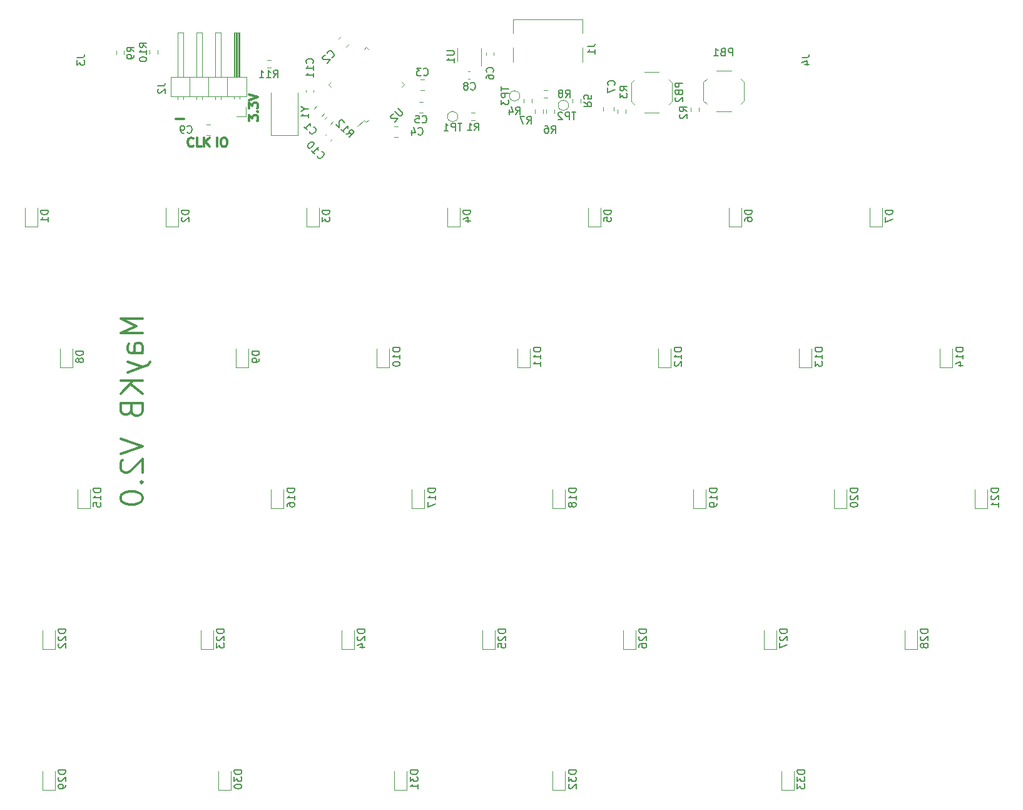
<source format=gbr>
%TF.GenerationSoftware,KiCad,Pcbnew,5.1.10*%
%TF.CreationDate,2021-08-04T23:16:11+02:00*%
%TF.ProjectId,keyboard,6b657962-6f61-4726-942e-6b696361645f,rev?*%
%TF.SameCoordinates,Original*%
%TF.FileFunction,Legend,Bot*%
%TF.FilePolarity,Positive*%
%FSLAX46Y46*%
G04 Gerber Fmt 4.6, Leading zero omitted, Abs format (unit mm)*
G04 Created by KiCad (PCBNEW 5.1.10) date 2021-08-04 23:16:11*
%MOMM*%
%LPD*%
G01*
G04 APERTURE LIST*
%ADD10C,0.300000*%
%ADD11C,0.120000*%
%ADD12C,0.150000*%
G04 APERTURE END LIST*
D10*
X109639228Y-61345857D02*
X109639228Y-60145857D01*
X110439228Y-60145857D02*
X110667800Y-60145857D01*
X110782085Y-60203000D01*
X110896371Y-60317285D01*
X110953514Y-60545857D01*
X110953514Y-60945857D01*
X110896371Y-61174428D01*
X110782085Y-61288714D01*
X110667800Y-61345857D01*
X110439228Y-61345857D01*
X110324942Y-61288714D01*
X110210657Y-61174428D01*
X110153514Y-60945857D01*
X110153514Y-60545857D01*
X110210657Y-60317285D01*
X110324942Y-60203000D01*
X110439228Y-60145857D01*
X106378514Y-61231571D02*
X106321371Y-61288714D01*
X106149942Y-61345857D01*
X106035657Y-61345857D01*
X105864228Y-61288714D01*
X105749942Y-61174428D01*
X105692800Y-61060142D01*
X105635657Y-60831571D01*
X105635657Y-60660142D01*
X105692800Y-60431571D01*
X105749942Y-60317285D01*
X105864228Y-60203000D01*
X106035657Y-60145857D01*
X106149942Y-60145857D01*
X106321371Y-60203000D01*
X106378514Y-60260142D01*
X107464228Y-61345857D02*
X106892800Y-61345857D01*
X106892800Y-60145857D01*
X107864228Y-61345857D02*
X107864228Y-60145857D01*
X108549942Y-61345857D02*
X108035657Y-60660142D01*
X108549942Y-60145857D02*
X107864228Y-60831571D01*
X113928657Y-57875428D02*
X113928657Y-57132571D01*
X114385800Y-57532571D01*
X114385800Y-57361142D01*
X114442942Y-57246857D01*
X114500085Y-57189714D01*
X114614371Y-57132571D01*
X114900085Y-57132571D01*
X115014371Y-57189714D01*
X115071514Y-57246857D01*
X115128657Y-57361142D01*
X115128657Y-57704000D01*
X115071514Y-57818285D01*
X115014371Y-57875428D01*
X115014371Y-56618285D02*
X115071514Y-56561142D01*
X115128657Y-56618285D01*
X115071514Y-56675428D01*
X115014371Y-56618285D01*
X115128657Y-56618285D01*
X113928657Y-56161142D02*
X113928657Y-55418285D01*
X114385800Y-55818285D01*
X114385800Y-55646857D01*
X114442942Y-55532571D01*
X114500085Y-55475428D01*
X114614371Y-55418285D01*
X114900085Y-55418285D01*
X115014371Y-55475428D01*
X115071514Y-55532571D01*
X115128657Y-55646857D01*
X115128657Y-55989714D01*
X115071514Y-56104000D01*
X115014371Y-56161142D01*
X113928657Y-55075428D02*
X115128657Y-54675428D01*
X113928657Y-54275428D01*
X103981371Y-57608142D02*
X105124228Y-57608142D01*
X99542342Y-84584400D02*
X96542342Y-84584400D01*
X98685200Y-85584400D01*
X96542342Y-86584400D01*
X99542342Y-86584400D01*
X99542342Y-89298685D02*
X97970914Y-89298685D01*
X97685200Y-89155828D01*
X97542342Y-88870114D01*
X97542342Y-88298685D01*
X97685200Y-88012971D01*
X99399485Y-89298685D02*
X99542342Y-89012971D01*
X99542342Y-88298685D01*
X99399485Y-88012971D01*
X99113771Y-87870114D01*
X98828057Y-87870114D01*
X98542342Y-88012971D01*
X98399485Y-88298685D01*
X98399485Y-89012971D01*
X98256628Y-89298685D01*
X97542342Y-90441542D02*
X99542342Y-91155828D01*
X97542342Y-91870114D02*
X99542342Y-91155828D01*
X100256628Y-90870114D01*
X100399485Y-90727257D01*
X100542342Y-90441542D01*
X99542342Y-93012971D02*
X96542342Y-93012971D01*
X99542342Y-94727257D02*
X97828057Y-93441542D01*
X96542342Y-94727257D02*
X98256628Y-93012971D01*
X97970914Y-97012971D02*
X98113771Y-97441542D01*
X98256628Y-97584400D01*
X98542342Y-97727257D01*
X98970914Y-97727257D01*
X99256628Y-97584400D01*
X99399485Y-97441542D01*
X99542342Y-97155828D01*
X99542342Y-96012971D01*
X96542342Y-96012971D01*
X96542342Y-97012971D01*
X96685200Y-97298685D01*
X96828057Y-97441542D01*
X97113771Y-97584400D01*
X97399485Y-97584400D01*
X97685200Y-97441542D01*
X97828057Y-97298685D01*
X97970914Y-97012971D01*
X97970914Y-96012971D01*
X96542342Y-100870114D02*
X99542342Y-101870114D01*
X96542342Y-102870114D01*
X96828057Y-103727257D02*
X96685200Y-103870114D01*
X96542342Y-104155828D01*
X96542342Y-104870114D01*
X96685200Y-105155828D01*
X96828057Y-105298685D01*
X97113771Y-105441542D01*
X97399485Y-105441542D01*
X97828057Y-105298685D01*
X99542342Y-103584400D01*
X99542342Y-105441542D01*
X99256628Y-106727257D02*
X99399485Y-106870114D01*
X99542342Y-106727257D01*
X99399485Y-106584400D01*
X99256628Y-106727257D01*
X99542342Y-106727257D01*
X96542342Y-108727257D02*
X96542342Y-109012971D01*
X96685200Y-109298685D01*
X96828057Y-109441542D01*
X97113771Y-109584400D01*
X97685200Y-109727257D01*
X98399485Y-109727257D01*
X98970914Y-109584400D01*
X99256628Y-109441542D01*
X99399485Y-109298685D01*
X99542342Y-109012971D01*
X99542342Y-108727257D01*
X99399485Y-108441542D01*
X99256628Y-108298685D01*
X98970914Y-108155828D01*
X98399485Y-108012971D01*
X97685200Y-108012971D01*
X97113771Y-108155828D01*
X96828057Y-108298685D01*
X96685200Y-108441542D01*
X96542342Y-108727257D01*
D11*
%TO.C,PB2*%
X166102000Y-55675000D02*
X165652000Y-55225000D01*
X166102000Y-52275000D02*
X165652000Y-52725000D01*
X170702000Y-52275000D02*
X171152000Y-52725000D01*
X170702000Y-55675000D02*
X171152000Y-55225000D01*
X169402000Y-51225000D02*
X167402000Y-51225000D01*
X165652000Y-55225000D02*
X165652000Y-52725000D01*
X169402000Y-56725000D02*
X167402000Y-56725000D01*
X171152000Y-55225000D02*
X171152000Y-52725000D01*
%TO.C,PB1*%
X175426000Y-52623000D02*
X175426000Y-55123000D01*
X177176000Y-51123000D02*
X179176000Y-51123000D01*
X180926000Y-52623000D02*
X180926000Y-55123000D01*
X177176000Y-56623000D02*
X179176000Y-56623000D01*
X175876000Y-52173000D02*
X175426000Y-52623000D01*
X175876000Y-55573000D02*
X175426000Y-55123000D01*
X180476000Y-55573000D02*
X180926000Y-55123000D01*
X180476000Y-52173000D02*
X180926000Y-52623000D01*
%TO.C,U2*%
X129475802Y-48171887D02*
X129794000Y-47853689D01*
X129794000Y-47853689D02*
X130112198Y-48171887D01*
X125006887Y-52640802D02*
X124688689Y-52959000D01*
X124688689Y-52959000D02*
X125006887Y-53277198D01*
X134581113Y-53277198D02*
X134899311Y-52959000D01*
X134899311Y-52959000D02*
X134581113Y-52640802D01*
X130112198Y-57746113D02*
X129794000Y-58064311D01*
X129794000Y-58064311D02*
X129475802Y-57746113D01*
X129475802Y-57746113D02*
X128563634Y-58658281D01*
%TO.C,U1*%
X142154000Y-49795000D02*
X142154000Y-47995000D01*
X145374000Y-47995000D02*
X145374000Y-50445000D01*
%TO.C,TP3*%
X150560000Y-54483000D02*
G75*
G03*
X150560000Y-54483000I-700000J0D01*
G01*
%TO.C,TP2*%
X157164000Y-55753000D02*
G75*
G03*
X157164000Y-55753000I-700000J0D01*
G01*
%TO.C,TP1*%
X142178000Y-57277000D02*
G75*
G03*
X142178000Y-57277000I-700000J0D01*
G01*
%TO.C,R12*%
X124524654Y-57235420D02*
X124164420Y-57595654D01*
X125263580Y-57974346D02*
X124903346Y-58334580D01*
%TO.C,R11*%
X116339576Y-49612500D02*
X116849024Y-49612500D01*
X116339576Y-50657500D02*
X116849024Y-50657500D01*
%TO.C,R10*%
X101544700Y-48813024D02*
X101544700Y-48303576D01*
X100499700Y-48813024D02*
X100499700Y-48303576D01*
%TO.C,R9*%
X95972100Y-48914624D02*
X95972100Y-48405176D01*
X97017100Y-48914624D02*
X97017100Y-48405176D01*
%TO.C,R8*%
X154329224Y-53706500D02*
X153819776Y-53706500D01*
X154329224Y-54751500D02*
X153819776Y-54751500D01*
%TO.C,R7*%
X153684500Y-56873224D02*
X153684500Y-56363776D01*
X152639500Y-56873224D02*
X152639500Y-56363776D01*
%TO.C,R6*%
X154163500Y-56873224D02*
X154163500Y-56363776D01*
X155208500Y-56873224D02*
X155208500Y-56363776D01*
%TO.C,R5*%
X158764500Y-55396224D02*
X158764500Y-54886776D01*
X157719500Y-55396224D02*
X157719500Y-54886776D01*
%TO.C,R4*%
X151115500Y-55396224D02*
X151115500Y-54886776D01*
X152160500Y-55396224D02*
X152160500Y-54886776D01*
%TO.C,R3*%
X164860500Y-56363776D02*
X164860500Y-56873224D01*
X163815500Y-56363776D02*
X163815500Y-56873224D01*
%TO.C,R2*%
X174766500Y-56619224D02*
X174766500Y-56109776D01*
X173721500Y-56619224D02*
X173721500Y-56109776D01*
%TO.C,R1*%
X144017276Y-56754500D02*
X144526724Y-56754500D01*
X144017276Y-57799500D02*
X144526724Y-57799500D01*
%TO.C,J2*%
X113598000Y-54567000D02*
X103318000Y-54567000D01*
X103318000Y-54567000D02*
X103318000Y-51907000D01*
X103318000Y-51907000D02*
X113598000Y-51907000D01*
X113598000Y-51907000D02*
X113598000Y-54567000D01*
X112648000Y-51907000D02*
X112648000Y-45907000D01*
X112648000Y-45907000D02*
X111888000Y-45907000D01*
X111888000Y-45907000D02*
X111888000Y-51907000D01*
X112588000Y-51907000D02*
X112588000Y-45907000D01*
X112468000Y-51907000D02*
X112468000Y-45907000D01*
X112348000Y-51907000D02*
X112348000Y-45907000D01*
X112228000Y-51907000D02*
X112228000Y-45907000D01*
X112108000Y-51907000D02*
X112108000Y-45907000D01*
X111988000Y-51907000D02*
X111988000Y-45907000D01*
X112648000Y-54897000D02*
X112648000Y-54567000D01*
X111888000Y-54897000D02*
X111888000Y-54567000D01*
X110998000Y-54567000D02*
X110998000Y-51907000D01*
X110108000Y-51907000D02*
X110108000Y-45907000D01*
X110108000Y-45907000D02*
X109348000Y-45907000D01*
X109348000Y-45907000D02*
X109348000Y-51907000D01*
X110108000Y-54964071D02*
X110108000Y-54567000D01*
X109348000Y-54964071D02*
X109348000Y-54567000D01*
X108458000Y-54567000D02*
X108458000Y-51907000D01*
X107568000Y-51907000D02*
X107568000Y-45907000D01*
X107568000Y-45907000D02*
X106808000Y-45907000D01*
X106808000Y-45907000D02*
X106808000Y-51907000D01*
X107568000Y-54964071D02*
X107568000Y-54567000D01*
X106808000Y-54964071D02*
X106808000Y-54567000D01*
X105918000Y-54567000D02*
X105918000Y-51907000D01*
X105028000Y-51907000D02*
X105028000Y-45907000D01*
X105028000Y-45907000D02*
X104268000Y-45907000D01*
X104268000Y-45907000D02*
X104268000Y-51907000D01*
X105028000Y-54964071D02*
X105028000Y-54567000D01*
X104268000Y-54964071D02*
X104268000Y-54567000D01*
X112268000Y-57277000D02*
X113538000Y-57277000D01*
X113538000Y-57277000D02*
X113538000Y-56007000D01*
%TO.C,J1*%
X149619001Y-46033999D02*
X149619001Y-44133999D01*
X149619001Y-49933999D02*
X149619001Y-47933999D01*
X159019001Y-46033999D02*
X159019001Y-44133999D01*
X159019001Y-49933999D02*
X159019001Y-47933999D01*
X149619001Y-44133999D02*
X159019001Y-44133999D01*
%TO.C,C11*%
X122684000Y-53698233D02*
X122684000Y-53990767D01*
X121664000Y-53698233D02*
X121664000Y-53990767D01*
%TO.C,C10*%
X124456802Y-59606949D02*
X124249949Y-59813802D01*
X125178051Y-60328198D02*
X124971198Y-60535051D01*
%TO.C,C9*%
X108697752Y-59790000D02*
X108175248Y-59790000D01*
X108697752Y-58320000D02*
X108175248Y-58320000D01*
%TO.C,C8*%
X143809767Y-51179000D02*
X143517233Y-51179000D01*
X143809767Y-52199000D02*
X143517233Y-52199000D01*
%TO.C,C7*%
X163295000Y-56500752D02*
X163295000Y-55978248D01*
X161825000Y-56500752D02*
X161825000Y-55978248D01*
%TO.C,C6*%
X147015000Y-48648233D02*
X147015000Y-48940767D01*
X145995000Y-48648233D02*
X145995000Y-48940767D01*
%TO.C,C5*%
X136920248Y-55272000D02*
X137442752Y-55272000D01*
X136920248Y-56742000D02*
X137442752Y-56742000D01*
%TO.C,C4*%
X133575248Y-60044000D02*
X134097752Y-60044000D01*
X133575248Y-58574000D02*
X134097752Y-58574000D01*
%TO.C,C3*%
X137653752Y-53694000D02*
X137131248Y-53694000D01*
X137653752Y-52224000D02*
X137131248Y-52224000D01*
%TO.C,C2*%
X126411010Y-46412543D02*
X126041543Y-46782010D01*
X127450457Y-47451990D02*
X127080990Y-47821457D01*
%TO.C,C1*%
X123080633Y-55838920D02*
X122711166Y-56208387D01*
X124120080Y-56878367D02*
X123750613Y-57247834D01*
%TO.C,D9*%
X113861000Y-91252000D02*
X112161000Y-91252000D01*
X112161000Y-91252000D02*
X112161000Y-88702000D01*
X113861000Y-91252000D02*
X113861000Y-88702000D01*
%TO.C,D8*%
X90048500Y-91252000D02*
X88348500Y-91252000D01*
X88348500Y-91252000D02*
X88348500Y-88702000D01*
X90048500Y-91252000D02*
X90048500Y-88702000D01*
%TO.C,D7*%
X199586000Y-72202000D02*
X197886000Y-72202000D01*
X197886000Y-72202000D02*
X197886000Y-69652000D01*
X199586000Y-72202000D02*
X199586000Y-69652000D01*
%TO.C,D6*%
X180536000Y-72202000D02*
X178836000Y-72202000D01*
X178836000Y-72202000D02*
X178836000Y-69652000D01*
X180536000Y-72202000D02*
X180536000Y-69652000D01*
%TO.C,D5*%
X161486000Y-72202000D02*
X159786000Y-72202000D01*
X159786000Y-72202000D02*
X159786000Y-69652000D01*
X161486000Y-72202000D02*
X161486000Y-69652000D01*
%TO.C,D4*%
X142436000Y-72202000D02*
X140736000Y-72202000D01*
X140736000Y-72202000D02*
X140736000Y-69652000D01*
X142436000Y-72202000D02*
X142436000Y-69652000D01*
%TO.C,D33*%
X187679750Y-148402000D02*
X185979750Y-148402000D01*
X185979750Y-148402000D02*
X185979750Y-145852000D01*
X187679750Y-148402000D02*
X187679750Y-145852000D01*
%TO.C,D32*%
X156723500Y-148402000D02*
X155023500Y-148402000D01*
X155023500Y-148402000D02*
X155023500Y-145852000D01*
X156723500Y-148402000D02*
X156723500Y-145852000D01*
%TO.C,D31*%
X135292250Y-148402000D02*
X133592250Y-148402000D01*
X133592250Y-148402000D02*
X133592250Y-145852000D01*
X135292250Y-148402000D02*
X135292250Y-145852000D01*
%TO.C,D30*%
X111479750Y-148402000D02*
X109779750Y-148402000D01*
X109779750Y-148402000D02*
X109779750Y-145852000D01*
X111479750Y-148402000D02*
X111479750Y-145852000D01*
%TO.C,D3*%
X123386000Y-72202000D02*
X121686000Y-72202000D01*
X121686000Y-72202000D02*
X121686000Y-69652000D01*
X123386000Y-72202000D02*
X123386000Y-69652000D01*
%TO.C,D29*%
X87667250Y-148402000D02*
X85967250Y-148402000D01*
X85967250Y-148402000D02*
X85967250Y-145852000D01*
X87667250Y-148402000D02*
X87667250Y-145852000D01*
%TO.C,D28*%
X204348500Y-129352000D02*
X202648500Y-129352000D01*
X202648500Y-129352000D02*
X202648500Y-126802000D01*
X204348500Y-129352000D02*
X204348500Y-126802000D01*
%TO.C,D27*%
X185298500Y-129352000D02*
X183598500Y-129352000D01*
X183598500Y-129352000D02*
X183598500Y-126802000D01*
X185298500Y-129352000D02*
X185298500Y-126802000D01*
%TO.C,D26*%
X166248500Y-129352000D02*
X164548500Y-129352000D01*
X164548500Y-129352000D02*
X164548500Y-126802000D01*
X166248500Y-129352000D02*
X166248500Y-126802000D01*
%TO.C,D25*%
X147198500Y-129352000D02*
X145498500Y-129352000D01*
X145498500Y-129352000D02*
X145498500Y-126802000D01*
X147198500Y-129352000D02*
X147198500Y-126802000D01*
%TO.C,D24*%
X128148500Y-129352000D02*
X126448500Y-129352000D01*
X126448500Y-129352000D02*
X126448500Y-126802000D01*
X128148500Y-129352000D02*
X128148500Y-126802000D01*
%TO.C,D23*%
X109098500Y-129352000D02*
X107398500Y-129352000D01*
X107398500Y-129352000D02*
X107398500Y-126802000D01*
X109098500Y-129352000D02*
X109098500Y-126802000D01*
%TO.C,D22*%
X87667250Y-129352000D02*
X85967250Y-129352000D01*
X85967250Y-129352000D02*
X85967250Y-126802000D01*
X87667250Y-129352000D02*
X87667250Y-126802000D01*
%TO.C,D21*%
X213873500Y-110302000D02*
X212173500Y-110302000D01*
X212173500Y-110302000D02*
X212173500Y-107752000D01*
X213873500Y-110302000D02*
X213873500Y-107752000D01*
%TO.C,D20*%
X194823500Y-110302000D02*
X193123500Y-110302000D01*
X193123500Y-110302000D02*
X193123500Y-107752000D01*
X194823500Y-110302000D02*
X194823500Y-107752000D01*
%TO.C,D2*%
X104336000Y-72202000D02*
X102636000Y-72202000D01*
X102636000Y-72202000D02*
X102636000Y-69652000D01*
X104336000Y-72202000D02*
X104336000Y-69652000D01*
%TO.C,D19*%
X175773500Y-110302000D02*
X174073500Y-110302000D01*
X174073500Y-110302000D02*
X174073500Y-107752000D01*
X175773500Y-110302000D02*
X175773500Y-107752000D01*
%TO.C,D18*%
X156723500Y-110302000D02*
X155023500Y-110302000D01*
X155023500Y-110302000D02*
X155023500Y-107752000D01*
X156723500Y-110302000D02*
X156723500Y-107752000D01*
%TO.C,D17*%
X137673500Y-110302000D02*
X135973500Y-110302000D01*
X135973500Y-110302000D02*
X135973500Y-107752000D01*
X137673500Y-110302000D02*
X137673500Y-107752000D01*
%TO.C,D16*%
X118623500Y-110302000D02*
X116923500Y-110302000D01*
X116923500Y-110302000D02*
X116923500Y-107752000D01*
X118623500Y-110302000D02*
X118623500Y-107752000D01*
%TO.C,D15*%
X92429750Y-110302000D02*
X90729750Y-110302000D01*
X90729750Y-110302000D02*
X90729750Y-107752000D01*
X92429750Y-110302000D02*
X92429750Y-107752000D01*
%TO.C,D14*%
X209111000Y-91252000D02*
X207411000Y-91252000D01*
X207411000Y-91252000D02*
X207411000Y-88702000D01*
X209111000Y-91252000D02*
X209111000Y-88702000D01*
%TO.C,D13*%
X190061000Y-91252000D02*
X188361000Y-91252000D01*
X188361000Y-91252000D02*
X188361000Y-88702000D01*
X190061000Y-91252000D02*
X190061000Y-88702000D01*
%TO.C,D12*%
X171011000Y-91252000D02*
X169311000Y-91252000D01*
X169311000Y-91252000D02*
X169311000Y-88702000D01*
X171011000Y-91252000D02*
X171011000Y-88702000D01*
%TO.C,D11*%
X151961000Y-91252000D02*
X150261000Y-91252000D01*
X150261000Y-91252000D02*
X150261000Y-88702000D01*
X151961000Y-91252000D02*
X151961000Y-88702000D01*
%TO.C,D10*%
X132911000Y-91252000D02*
X131211000Y-91252000D01*
X131211000Y-91252000D02*
X131211000Y-88702000D01*
X132911000Y-91252000D02*
X132911000Y-88702000D01*
%TO.C,D1*%
X85286000Y-72202000D02*
X83586000Y-72202000D01*
X83586000Y-72202000D02*
X83586000Y-69652000D01*
X85286000Y-72202000D02*
X85286000Y-69652000D01*
%TO.C,Y1*%
X116926000Y-59789000D02*
X116926000Y-54039000D01*
X120526000Y-59789000D02*
X116926000Y-59789000D01*
X120526000Y-54039000D02*
X120526000Y-59789000D01*
%TO.C,PB2*%
D12*
X172604380Y-52736904D02*
X171604380Y-52736904D01*
X171604380Y-53117857D01*
X171652000Y-53213095D01*
X171699619Y-53260714D01*
X171794857Y-53308333D01*
X171937714Y-53308333D01*
X172032952Y-53260714D01*
X172080571Y-53213095D01*
X172128190Y-53117857D01*
X172128190Y-52736904D01*
X172080571Y-54070238D02*
X172128190Y-54213095D01*
X172175809Y-54260714D01*
X172271047Y-54308333D01*
X172413904Y-54308333D01*
X172509142Y-54260714D01*
X172556761Y-54213095D01*
X172604380Y-54117857D01*
X172604380Y-53736904D01*
X171604380Y-53736904D01*
X171604380Y-54070238D01*
X171652000Y-54165476D01*
X171699619Y-54213095D01*
X171794857Y-54260714D01*
X171890095Y-54260714D01*
X171985333Y-54213095D01*
X172032952Y-54165476D01*
X172080571Y-54070238D01*
X172080571Y-53736904D01*
X171699619Y-54689285D02*
X171652000Y-54736904D01*
X171604380Y-54832142D01*
X171604380Y-55070238D01*
X171652000Y-55165476D01*
X171699619Y-55213095D01*
X171794857Y-55260714D01*
X171890095Y-55260714D01*
X172032952Y-55213095D01*
X172604380Y-54641666D01*
X172604380Y-55260714D01*
%TO.C,PB1*%
X179349295Y-49063380D02*
X179349295Y-48063380D01*
X178968342Y-48063380D01*
X178873104Y-48111000D01*
X178825485Y-48158619D01*
X178777866Y-48253857D01*
X178777866Y-48396714D01*
X178825485Y-48491952D01*
X178873104Y-48539571D01*
X178968342Y-48587190D01*
X179349295Y-48587190D01*
X178015961Y-48539571D02*
X177873104Y-48587190D01*
X177825485Y-48634809D01*
X177777866Y-48730047D01*
X177777866Y-48872904D01*
X177825485Y-48968142D01*
X177873104Y-49015761D01*
X177968342Y-49063380D01*
X178349295Y-49063380D01*
X178349295Y-48063380D01*
X178015961Y-48063380D01*
X177920723Y-48111000D01*
X177873104Y-48158619D01*
X177825485Y-48253857D01*
X177825485Y-48349095D01*
X177873104Y-48444333D01*
X177920723Y-48491952D01*
X178015961Y-48539571D01*
X178349295Y-48539571D01*
X176825485Y-49063380D02*
X177396914Y-49063380D01*
X177111200Y-49063380D02*
X177111200Y-48063380D01*
X177206438Y-48206238D01*
X177301676Y-48301476D01*
X177396914Y-48349095D01*
%TO.C,J4*%
X188739580Y-49293666D02*
X189453866Y-49293666D01*
X189596723Y-49246047D01*
X189691961Y-49150809D01*
X189739580Y-49007952D01*
X189739580Y-48912714D01*
X189072914Y-50198428D02*
X189739580Y-50198428D01*
X188691961Y-49960333D02*
X189406247Y-49722238D01*
X189406247Y-50341285D01*
%TO.C,J3*%
X90670180Y-49293666D02*
X91384466Y-49293666D01*
X91527323Y-49246047D01*
X91622561Y-49150809D01*
X91670180Y-49007952D01*
X91670180Y-48912714D01*
X90670180Y-49674619D02*
X90670180Y-50293666D01*
X91051133Y-49960333D01*
X91051133Y-50103190D01*
X91098752Y-50198428D01*
X91146371Y-50246047D01*
X91241609Y-50293666D01*
X91479704Y-50293666D01*
X91574942Y-50246047D01*
X91622561Y-50198428D01*
X91670180Y-50103190D01*
X91670180Y-49817476D01*
X91622561Y-49722238D01*
X91574942Y-49674619D01*
%TO.C,U2*%
X134082097Y-56169601D02*
X134654517Y-56742021D01*
X134688189Y-56843036D01*
X134688189Y-56910380D01*
X134654517Y-57011395D01*
X134519830Y-57146082D01*
X134418815Y-57179754D01*
X134351471Y-57179754D01*
X134250456Y-57146082D01*
X133678036Y-56573662D01*
X133442334Y-56944052D02*
X133374991Y-56944052D01*
X133273975Y-56977723D01*
X133105617Y-57146082D01*
X133071945Y-57247097D01*
X133071945Y-57314441D01*
X133105617Y-57415456D01*
X133172960Y-57482800D01*
X133307647Y-57550143D01*
X134115769Y-57550143D01*
X133678036Y-57987876D01*
%TO.C,U1*%
X140676380Y-48387095D02*
X141485904Y-48387095D01*
X141581142Y-48434714D01*
X141628761Y-48482333D01*
X141676380Y-48577571D01*
X141676380Y-48768047D01*
X141628761Y-48863285D01*
X141581142Y-48910904D01*
X141485904Y-48958523D01*
X140676380Y-48958523D01*
X141676380Y-49958523D02*
X141676380Y-49387095D01*
X141676380Y-49672809D02*
X140676380Y-49672809D01*
X140819238Y-49577571D01*
X140914476Y-49482333D01*
X140962095Y-49387095D01*
%TO.C,TP3*%
X148042380Y-53221095D02*
X148042380Y-53792523D01*
X149042380Y-53506809D02*
X148042380Y-53506809D01*
X149042380Y-54125857D02*
X148042380Y-54125857D01*
X148042380Y-54506809D01*
X148090000Y-54602047D01*
X148137619Y-54649666D01*
X148232857Y-54697285D01*
X148375714Y-54697285D01*
X148470952Y-54649666D01*
X148518571Y-54602047D01*
X148566190Y-54506809D01*
X148566190Y-54125857D01*
X148042380Y-55030619D02*
X148042380Y-55649666D01*
X148423333Y-55316333D01*
X148423333Y-55459190D01*
X148470952Y-55554428D01*
X148518571Y-55602047D01*
X148613809Y-55649666D01*
X148851904Y-55649666D01*
X148947142Y-55602047D01*
X148994761Y-55554428D01*
X149042380Y-55459190D01*
X149042380Y-55173476D01*
X148994761Y-55078238D01*
X148947142Y-55030619D01*
%TO.C,TP2*%
X158164104Y-56699380D02*
X157592676Y-56699380D01*
X157878390Y-57699380D02*
X157878390Y-56699380D01*
X157259342Y-57699380D02*
X157259342Y-56699380D01*
X156878390Y-56699380D01*
X156783152Y-56747000D01*
X156735533Y-56794619D01*
X156687914Y-56889857D01*
X156687914Y-57032714D01*
X156735533Y-57127952D01*
X156783152Y-57175571D01*
X156878390Y-57223190D01*
X157259342Y-57223190D01*
X156306961Y-56794619D02*
X156259342Y-56747000D01*
X156164104Y-56699380D01*
X155926009Y-56699380D01*
X155830771Y-56747000D01*
X155783152Y-56794619D01*
X155735533Y-56889857D01*
X155735533Y-56985095D01*
X155783152Y-57127952D01*
X156354580Y-57699380D01*
X155735533Y-57699380D01*
%TO.C,TP1*%
X142739904Y-58177380D02*
X142168476Y-58177380D01*
X142454190Y-59177380D02*
X142454190Y-58177380D01*
X141835142Y-59177380D02*
X141835142Y-58177380D01*
X141454190Y-58177380D01*
X141358952Y-58225000D01*
X141311333Y-58272619D01*
X141263714Y-58367857D01*
X141263714Y-58510714D01*
X141311333Y-58605952D01*
X141358952Y-58653571D01*
X141454190Y-58701190D01*
X141835142Y-58701190D01*
X140311333Y-59177380D02*
X140882761Y-59177380D01*
X140597047Y-59177380D02*
X140597047Y-58177380D01*
X140692285Y-58320238D01*
X140787523Y-58415476D01*
X140882761Y-58463095D01*
%TO.C,R12*%
X127064887Y-59672450D02*
X127637306Y-59571435D01*
X127468948Y-60076511D02*
X128176054Y-59369404D01*
X127906680Y-59100030D01*
X127805665Y-59066358D01*
X127738322Y-59066358D01*
X127637306Y-59100030D01*
X127536291Y-59201045D01*
X127502619Y-59302061D01*
X127502619Y-59369404D01*
X127536291Y-59470419D01*
X127805665Y-59739793D01*
X126391451Y-58999015D02*
X126795512Y-59403076D01*
X126593482Y-59201045D02*
X127300589Y-58493938D01*
X127266917Y-58662297D01*
X127266917Y-58796984D01*
X127300589Y-58898000D01*
X126761841Y-58089877D02*
X126761841Y-58022534D01*
X126728169Y-57921519D01*
X126559810Y-57753160D01*
X126458795Y-57719488D01*
X126391451Y-57719488D01*
X126290436Y-57753160D01*
X126223093Y-57820503D01*
X126155749Y-57955190D01*
X126155749Y-58763312D01*
X125718016Y-58325580D01*
%TO.C,R11*%
X117237157Y-52017380D02*
X117570490Y-51541190D01*
X117808585Y-52017380D02*
X117808585Y-51017380D01*
X117427633Y-51017380D01*
X117332395Y-51065000D01*
X117284776Y-51112619D01*
X117237157Y-51207857D01*
X117237157Y-51350714D01*
X117284776Y-51445952D01*
X117332395Y-51493571D01*
X117427633Y-51541190D01*
X117808585Y-51541190D01*
X116284776Y-52017380D02*
X116856204Y-52017380D01*
X116570490Y-52017380D02*
X116570490Y-51017380D01*
X116665728Y-51160238D01*
X116760966Y-51255476D01*
X116856204Y-51303095D01*
X115332395Y-52017380D02*
X115903823Y-52017380D01*
X115618109Y-52017380D02*
X115618109Y-51017380D01*
X115713347Y-51160238D01*
X115808585Y-51255476D01*
X115903823Y-51303095D01*
%TO.C,R10*%
X100077580Y-47915442D02*
X99601390Y-47582109D01*
X100077580Y-47344014D02*
X99077580Y-47344014D01*
X99077580Y-47724966D01*
X99125200Y-47820204D01*
X99172819Y-47867823D01*
X99268057Y-47915442D01*
X99410914Y-47915442D01*
X99506152Y-47867823D01*
X99553771Y-47820204D01*
X99601390Y-47724966D01*
X99601390Y-47344014D01*
X100077580Y-48867823D02*
X100077580Y-48296395D01*
X100077580Y-48582109D02*
X99077580Y-48582109D01*
X99220438Y-48486871D01*
X99315676Y-48391633D01*
X99363295Y-48296395D01*
X99077580Y-49486871D02*
X99077580Y-49582109D01*
X99125200Y-49677347D01*
X99172819Y-49724966D01*
X99268057Y-49772585D01*
X99458533Y-49820204D01*
X99696628Y-49820204D01*
X99887104Y-49772585D01*
X99982342Y-49724966D01*
X100029961Y-49677347D01*
X100077580Y-49582109D01*
X100077580Y-49486871D01*
X100029961Y-49391633D01*
X99982342Y-49344014D01*
X99887104Y-49296395D01*
X99696628Y-49248776D01*
X99458533Y-49248776D01*
X99268057Y-49296395D01*
X99172819Y-49344014D01*
X99125200Y-49391633D01*
X99077580Y-49486871D01*
%TO.C,R9*%
X98376980Y-48493233D02*
X97900790Y-48159900D01*
X98376980Y-47921804D02*
X97376980Y-47921804D01*
X97376980Y-48302757D01*
X97424600Y-48397995D01*
X97472219Y-48445614D01*
X97567457Y-48493233D01*
X97710314Y-48493233D01*
X97805552Y-48445614D01*
X97853171Y-48397995D01*
X97900790Y-48302757D01*
X97900790Y-47921804D01*
X98376980Y-48969423D02*
X98376980Y-49159900D01*
X98329361Y-49255138D01*
X98281742Y-49302757D01*
X98138885Y-49397995D01*
X97948409Y-49445614D01*
X97567457Y-49445614D01*
X97472219Y-49397995D01*
X97424600Y-49350376D01*
X97376980Y-49255138D01*
X97376980Y-49064661D01*
X97424600Y-48969423D01*
X97472219Y-48921804D01*
X97567457Y-48874185D01*
X97805552Y-48874185D01*
X97900790Y-48921804D01*
X97948409Y-48969423D01*
X97996028Y-49064661D01*
X97996028Y-49255138D01*
X97948409Y-49350376D01*
X97900790Y-49397995D01*
X97805552Y-49445614D01*
%TO.C,R8*%
X156757666Y-54681380D02*
X157091000Y-54205190D01*
X157329095Y-54681380D02*
X157329095Y-53681380D01*
X156948142Y-53681380D01*
X156852904Y-53729000D01*
X156805285Y-53776619D01*
X156757666Y-53871857D01*
X156757666Y-54014714D01*
X156805285Y-54109952D01*
X156852904Y-54157571D01*
X156948142Y-54205190D01*
X157329095Y-54205190D01*
X156186238Y-54109952D02*
X156281476Y-54062333D01*
X156329095Y-54014714D01*
X156376714Y-53919476D01*
X156376714Y-53871857D01*
X156329095Y-53776619D01*
X156281476Y-53729000D01*
X156186238Y-53681380D01*
X155995761Y-53681380D01*
X155900523Y-53729000D01*
X155852904Y-53776619D01*
X155805285Y-53871857D01*
X155805285Y-53919476D01*
X155852904Y-54014714D01*
X155900523Y-54062333D01*
X155995761Y-54109952D01*
X156186238Y-54109952D01*
X156281476Y-54157571D01*
X156329095Y-54205190D01*
X156376714Y-54300428D01*
X156376714Y-54490904D01*
X156329095Y-54586142D01*
X156281476Y-54633761D01*
X156186238Y-54681380D01*
X155995761Y-54681380D01*
X155900523Y-54633761D01*
X155852904Y-54586142D01*
X155805285Y-54490904D01*
X155805285Y-54300428D01*
X155852904Y-54205190D01*
X155900523Y-54157571D01*
X155995761Y-54109952D01*
%TO.C,R7*%
X151550666Y-58237380D02*
X151884000Y-57761190D01*
X152122095Y-58237380D02*
X152122095Y-57237380D01*
X151741142Y-57237380D01*
X151645904Y-57285000D01*
X151598285Y-57332619D01*
X151550666Y-57427857D01*
X151550666Y-57570714D01*
X151598285Y-57665952D01*
X151645904Y-57713571D01*
X151741142Y-57761190D01*
X152122095Y-57761190D01*
X151217333Y-57237380D02*
X150550666Y-57237380D01*
X150979238Y-58237380D01*
%TO.C,R6*%
X154852666Y-59507380D02*
X155186000Y-59031190D01*
X155424095Y-59507380D02*
X155424095Y-58507380D01*
X155043142Y-58507380D01*
X154947904Y-58555000D01*
X154900285Y-58602619D01*
X154852666Y-58697857D01*
X154852666Y-58840714D01*
X154900285Y-58935952D01*
X154947904Y-58983571D01*
X155043142Y-59031190D01*
X155424095Y-59031190D01*
X153995523Y-58507380D02*
X154186000Y-58507380D01*
X154281238Y-58555000D01*
X154328857Y-58602619D01*
X154424095Y-58745476D01*
X154471714Y-58935952D01*
X154471714Y-59316904D01*
X154424095Y-59412142D01*
X154376476Y-59459761D01*
X154281238Y-59507380D01*
X154090761Y-59507380D01*
X153995523Y-59459761D01*
X153947904Y-59412142D01*
X153900285Y-59316904D01*
X153900285Y-59078809D01*
X153947904Y-58983571D01*
X153995523Y-58935952D01*
X154090761Y-58888333D01*
X154281238Y-58888333D01*
X154376476Y-58935952D01*
X154424095Y-58983571D01*
X154471714Y-59078809D01*
%TO.C,R5*%
X159219619Y-55308166D02*
X159695809Y-55641500D01*
X159219619Y-55879595D02*
X160219619Y-55879595D01*
X160219619Y-55498642D01*
X160172000Y-55403404D01*
X160124380Y-55355785D01*
X160029142Y-55308166D01*
X159886285Y-55308166D01*
X159791047Y-55355785D01*
X159743428Y-55403404D01*
X159695809Y-55498642D01*
X159695809Y-55879595D01*
X160219619Y-54403404D02*
X160219619Y-54879595D01*
X159743428Y-54927214D01*
X159791047Y-54879595D01*
X159838666Y-54784357D01*
X159838666Y-54546261D01*
X159791047Y-54451023D01*
X159743428Y-54403404D01*
X159648190Y-54355785D01*
X159410095Y-54355785D01*
X159314857Y-54403404D01*
X159267238Y-54451023D01*
X159219619Y-54546261D01*
X159219619Y-54784357D01*
X159267238Y-54879595D01*
X159314857Y-54927214D01*
%TO.C,R4*%
X150026666Y-56967380D02*
X150360000Y-56491190D01*
X150598095Y-56967380D02*
X150598095Y-55967380D01*
X150217142Y-55967380D01*
X150121904Y-56015000D01*
X150074285Y-56062619D01*
X150026666Y-56157857D01*
X150026666Y-56300714D01*
X150074285Y-56395952D01*
X150121904Y-56443571D01*
X150217142Y-56491190D01*
X150598095Y-56491190D01*
X149169523Y-56300714D02*
X149169523Y-56967380D01*
X149407619Y-55919761D02*
X149645714Y-56634047D01*
X149026666Y-56634047D01*
%TO.C,R3*%
X165101580Y-53778333D02*
X164625390Y-53445000D01*
X165101580Y-53206904D02*
X164101580Y-53206904D01*
X164101580Y-53587857D01*
X164149200Y-53683095D01*
X164196819Y-53730714D01*
X164292057Y-53778333D01*
X164434914Y-53778333D01*
X164530152Y-53730714D01*
X164577771Y-53683095D01*
X164625390Y-53587857D01*
X164625390Y-53206904D01*
X164101580Y-54111666D02*
X164101580Y-54730714D01*
X164482533Y-54397380D01*
X164482533Y-54540238D01*
X164530152Y-54635476D01*
X164577771Y-54683095D01*
X164673009Y-54730714D01*
X164911104Y-54730714D01*
X165006342Y-54683095D01*
X165053961Y-54635476D01*
X165101580Y-54540238D01*
X165101580Y-54254523D01*
X165053961Y-54159285D01*
X165006342Y-54111666D01*
%TO.C,R2*%
X173172380Y-56602333D02*
X172696190Y-56269000D01*
X173172380Y-56030904D02*
X172172380Y-56030904D01*
X172172380Y-56411857D01*
X172220000Y-56507095D01*
X172267619Y-56554714D01*
X172362857Y-56602333D01*
X172505714Y-56602333D01*
X172600952Y-56554714D01*
X172648571Y-56507095D01*
X172696190Y-56411857D01*
X172696190Y-56030904D01*
X172267619Y-56983285D02*
X172220000Y-57030904D01*
X172172380Y-57126142D01*
X172172380Y-57364238D01*
X172220000Y-57459476D01*
X172267619Y-57507095D01*
X172362857Y-57554714D01*
X172458095Y-57554714D01*
X172600952Y-57507095D01*
X173172380Y-56935666D01*
X173172380Y-57554714D01*
%TO.C,R1*%
X144438666Y-59159380D02*
X144772000Y-58683190D01*
X145010095Y-59159380D02*
X145010095Y-58159380D01*
X144629142Y-58159380D01*
X144533904Y-58207000D01*
X144486285Y-58254619D01*
X144438666Y-58349857D01*
X144438666Y-58492714D01*
X144486285Y-58587952D01*
X144533904Y-58635571D01*
X144629142Y-58683190D01*
X145010095Y-58683190D01*
X143486285Y-59159380D02*
X144057714Y-59159380D01*
X143772000Y-59159380D02*
X143772000Y-58159380D01*
X143867238Y-58302238D01*
X143962476Y-58397476D01*
X144057714Y-58445095D01*
%TO.C,J2*%
X101560380Y-53133666D02*
X102274666Y-53133666D01*
X102417523Y-53086047D01*
X102512761Y-52990809D01*
X102560380Y-52847952D01*
X102560380Y-52752714D01*
X101655619Y-53562238D02*
X101608000Y-53609857D01*
X101560380Y-53705095D01*
X101560380Y-53943190D01*
X101608000Y-54038428D01*
X101655619Y-54086047D01*
X101750857Y-54133666D01*
X101846095Y-54133666D01*
X101988952Y-54086047D01*
X102560380Y-53514619D01*
X102560380Y-54133666D01*
%TO.C,J1*%
X159726380Y-47799666D02*
X160440666Y-47799666D01*
X160583523Y-47752047D01*
X160678761Y-47656809D01*
X160726380Y-47513952D01*
X160726380Y-47418714D01*
X160726380Y-48799666D02*
X160726380Y-48228238D01*
X160726380Y-48513952D02*
X159726380Y-48513952D01*
X159869238Y-48418714D01*
X159964476Y-48323476D01*
X160012095Y-48228238D01*
%TO.C,C11*%
X122531142Y-50053142D02*
X122578761Y-50005523D01*
X122626380Y-49862666D01*
X122626380Y-49767428D01*
X122578761Y-49624571D01*
X122483523Y-49529333D01*
X122388285Y-49481714D01*
X122197809Y-49434095D01*
X122054952Y-49434095D01*
X121864476Y-49481714D01*
X121769238Y-49529333D01*
X121674000Y-49624571D01*
X121626380Y-49767428D01*
X121626380Y-49862666D01*
X121674000Y-50005523D01*
X121721619Y-50053142D01*
X122626380Y-51005523D02*
X122626380Y-50434095D01*
X122626380Y-50719809D02*
X121626380Y-50719809D01*
X121769238Y-50624571D01*
X121864476Y-50529333D01*
X121912095Y-50434095D01*
X122626380Y-51957904D02*
X122626380Y-51386476D01*
X122626380Y-51672190D02*
X121626380Y-51672190D01*
X121769238Y-51576952D01*
X121864476Y-51481714D01*
X121912095Y-51386476D01*
%TO.C,C10*%
X123138030Y-62556106D02*
X123138030Y-62623450D01*
X123205374Y-62758137D01*
X123272717Y-62825480D01*
X123407404Y-62892824D01*
X123542091Y-62892824D01*
X123643106Y-62859152D01*
X123811465Y-62758137D01*
X123912480Y-62657122D01*
X124013496Y-62488763D01*
X124047167Y-62387748D01*
X124047167Y-62253061D01*
X123979824Y-62118374D01*
X123912480Y-62051030D01*
X123777793Y-61983687D01*
X123710450Y-61983687D01*
X122397251Y-61950015D02*
X122801312Y-62354076D01*
X122599282Y-62152045D02*
X123306389Y-61444938D01*
X123272717Y-61613297D01*
X123272717Y-61747984D01*
X123306389Y-61849000D01*
X122666625Y-60805175D02*
X122599282Y-60737832D01*
X122498267Y-60704160D01*
X122430923Y-60704160D01*
X122329908Y-60737832D01*
X122161549Y-60838847D01*
X121993190Y-61007206D01*
X121892175Y-61175564D01*
X121858503Y-61276580D01*
X121858503Y-61343923D01*
X121892175Y-61444938D01*
X121959519Y-61512282D01*
X122060534Y-61545954D01*
X122127877Y-61545954D01*
X122228893Y-61512282D01*
X122397251Y-61411267D01*
X122565610Y-61242908D01*
X122666625Y-61074549D01*
X122700297Y-60973534D01*
X122700297Y-60906190D01*
X122666625Y-60805175D01*
%TO.C,C9*%
X105576666Y-59412142D02*
X105624285Y-59459761D01*
X105767142Y-59507380D01*
X105862380Y-59507380D01*
X106005238Y-59459761D01*
X106100476Y-59364523D01*
X106148095Y-59269285D01*
X106195714Y-59078809D01*
X106195714Y-58935952D01*
X106148095Y-58745476D01*
X106100476Y-58650238D01*
X106005238Y-58555000D01*
X105862380Y-58507380D01*
X105767142Y-58507380D01*
X105624285Y-58555000D01*
X105576666Y-58602619D01*
X105100476Y-59507380D02*
X104910000Y-59507380D01*
X104814761Y-59459761D01*
X104767142Y-59412142D01*
X104671904Y-59269285D01*
X104624285Y-59078809D01*
X104624285Y-58697857D01*
X104671904Y-58602619D01*
X104719523Y-58555000D01*
X104814761Y-58507380D01*
X105005238Y-58507380D01*
X105100476Y-58555000D01*
X105148095Y-58602619D01*
X105195714Y-58697857D01*
X105195714Y-58935952D01*
X105148095Y-59031190D01*
X105100476Y-59078809D01*
X105005238Y-59126428D01*
X104814761Y-59126428D01*
X104719523Y-59078809D01*
X104671904Y-59031190D01*
X104624285Y-58935952D01*
%TO.C,C8*%
X143930666Y-53570142D02*
X143978285Y-53617761D01*
X144121142Y-53665380D01*
X144216380Y-53665380D01*
X144359238Y-53617761D01*
X144454476Y-53522523D01*
X144502095Y-53427285D01*
X144549714Y-53236809D01*
X144549714Y-53093952D01*
X144502095Y-52903476D01*
X144454476Y-52808238D01*
X144359238Y-52713000D01*
X144216380Y-52665380D01*
X144121142Y-52665380D01*
X143978285Y-52713000D01*
X143930666Y-52760619D01*
X143359238Y-53093952D02*
X143454476Y-53046333D01*
X143502095Y-52998714D01*
X143549714Y-52903476D01*
X143549714Y-52855857D01*
X143502095Y-52760619D01*
X143454476Y-52713000D01*
X143359238Y-52665380D01*
X143168761Y-52665380D01*
X143073523Y-52713000D01*
X143025904Y-52760619D01*
X142978285Y-52855857D01*
X142978285Y-52903476D01*
X143025904Y-52998714D01*
X143073523Y-53046333D01*
X143168761Y-53093952D01*
X143359238Y-53093952D01*
X143454476Y-53141571D01*
X143502095Y-53189190D01*
X143549714Y-53284428D01*
X143549714Y-53474904D01*
X143502095Y-53570142D01*
X143454476Y-53617761D01*
X143359238Y-53665380D01*
X143168761Y-53665380D01*
X143073523Y-53617761D01*
X143025904Y-53570142D01*
X142978285Y-53474904D01*
X142978285Y-53284428D01*
X143025904Y-53189190D01*
X143073523Y-53141571D01*
X143168761Y-53093952D01*
%TO.C,C7*%
X163355342Y-53016333D02*
X163402961Y-52968714D01*
X163450580Y-52825857D01*
X163450580Y-52730619D01*
X163402961Y-52587761D01*
X163307723Y-52492523D01*
X163212485Y-52444904D01*
X163022009Y-52397285D01*
X162879152Y-52397285D01*
X162688676Y-52444904D01*
X162593438Y-52492523D01*
X162498200Y-52587761D01*
X162450580Y-52730619D01*
X162450580Y-52825857D01*
X162498200Y-52968714D01*
X162545819Y-53016333D01*
X162450580Y-53349666D02*
X162450580Y-54016333D01*
X163450580Y-53587761D01*
%TO.C,C6*%
X146915142Y-51268333D02*
X146962761Y-51220714D01*
X147010380Y-51077857D01*
X147010380Y-50982619D01*
X146962761Y-50839761D01*
X146867523Y-50744523D01*
X146772285Y-50696904D01*
X146581809Y-50649285D01*
X146438952Y-50649285D01*
X146248476Y-50696904D01*
X146153238Y-50744523D01*
X146058000Y-50839761D01*
X146010380Y-50982619D01*
X146010380Y-51077857D01*
X146058000Y-51220714D01*
X146105619Y-51268333D01*
X146010380Y-52125476D02*
X146010380Y-51935000D01*
X146058000Y-51839761D01*
X146105619Y-51792142D01*
X146248476Y-51696904D01*
X146438952Y-51649285D01*
X146819904Y-51649285D01*
X146915142Y-51696904D01*
X146962761Y-51744523D01*
X147010380Y-51839761D01*
X147010380Y-52030238D01*
X146962761Y-52125476D01*
X146915142Y-52173095D01*
X146819904Y-52220714D01*
X146581809Y-52220714D01*
X146486571Y-52173095D01*
X146438952Y-52125476D01*
X146391333Y-52030238D01*
X146391333Y-51839761D01*
X146438952Y-51744523D01*
X146486571Y-51696904D01*
X146581809Y-51649285D01*
%TO.C,C5*%
X137348166Y-58044142D02*
X137395785Y-58091761D01*
X137538642Y-58139380D01*
X137633880Y-58139380D01*
X137776738Y-58091761D01*
X137871976Y-57996523D01*
X137919595Y-57901285D01*
X137967214Y-57710809D01*
X137967214Y-57567952D01*
X137919595Y-57377476D01*
X137871976Y-57282238D01*
X137776738Y-57187000D01*
X137633880Y-57139380D01*
X137538642Y-57139380D01*
X137395785Y-57187000D01*
X137348166Y-57234619D01*
X136443404Y-57139380D02*
X136919595Y-57139380D01*
X136967214Y-57615571D01*
X136919595Y-57567952D01*
X136824357Y-57520333D01*
X136586261Y-57520333D01*
X136491023Y-57567952D01*
X136443404Y-57615571D01*
X136395785Y-57710809D01*
X136395785Y-57948904D01*
X136443404Y-58044142D01*
X136491023Y-58091761D01*
X136586261Y-58139380D01*
X136824357Y-58139380D01*
X136919595Y-58091761D01*
X136967214Y-58044142D01*
%TO.C,C4*%
X136818666Y-59666142D02*
X136866285Y-59713761D01*
X137009142Y-59761380D01*
X137104380Y-59761380D01*
X137247238Y-59713761D01*
X137342476Y-59618523D01*
X137390095Y-59523285D01*
X137437714Y-59332809D01*
X137437714Y-59189952D01*
X137390095Y-58999476D01*
X137342476Y-58904238D01*
X137247238Y-58809000D01*
X137104380Y-58761380D01*
X137009142Y-58761380D01*
X136866285Y-58809000D01*
X136818666Y-58856619D01*
X135961523Y-59094714D02*
X135961523Y-59761380D01*
X136199619Y-58713761D02*
X136437714Y-59428047D01*
X135818666Y-59428047D01*
%TO.C,C3*%
X137559166Y-51636142D02*
X137606785Y-51683761D01*
X137749642Y-51731380D01*
X137844880Y-51731380D01*
X137987738Y-51683761D01*
X138082976Y-51588523D01*
X138130595Y-51493285D01*
X138178214Y-51302809D01*
X138178214Y-51159952D01*
X138130595Y-50969476D01*
X138082976Y-50874238D01*
X137987738Y-50779000D01*
X137844880Y-50731380D01*
X137749642Y-50731380D01*
X137606785Y-50779000D01*
X137559166Y-50826619D01*
X137225833Y-50731380D02*
X136606785Y-50731380D01*
X136940119Y-51112333D01*
X136797261Y-51112333D01*
X136702023Y-51159952D01*
X136654404Y-51207571D01*
X136606785Y-51302809D01*
X136606785Y-51540904D01*
X136654404Y-51636142D01*
X136702023Y-51683761D01*
X136797261Y-51731380D01*
X137082976Y-51731380D01*
X137178214Y-51683761D01*
X137225833Y-51636142D01*
%TO.C,C2*%
X125084389Y-49283687D02*
X125151732Y-49283687D01*
X125286419Y-49216343D01*
X125353763Y-49149000D01*
X125421106Y-49014312D01*
X125421106Y-48879625D01*
X125387435Y-48778610D01*
X125286419Y-48610251D01*
X125185404Y-48509236D01*
X125017045Y-48408221D01*
X124916030Y-48374549D01*
X124781343Y-48374549D01*
X124646656Y-48441893D01*
X124579312Y-48509236D01*
X124511969Y-48643923D01*
X124511969Y-48711267D01*
X124242595Y-48980641D02*
X124175251Y-48980641D01*
X124074236Y-49014312D01*
X123905877Y-49182671D01*
X123872206Y-49283687D01*
X123872206Y-49351030D01*
X123905877Y-49452045D01*
X123973221Y-49519389D01*
X124107908Y-49586732D01*
X124916030Y-49586732D01*
X124478297Y-50024465D01*
%TO.C,C1*%
X122096512Y-59268388D02*
X122096512Y-59335731D01*
X122163856Y-59470418D01*
X122231200Y-59537762D01*
X122365887Y-59605105D01*
X122500574Y-59605105D01*
X122601589Y-59571434D01*
X122769948Y-59470418D01*
X122870963Y-59369403D01*
X122971978Y-59201044D01*
X123005650Y-59100029D01*
X123005650Y-58965342D01*
X122938306Y-58830655D01*
X122870963Y-58763311D01*
X122736276Y-58695968D01*
X122668932Y-58695968D01*
X121355734Y-58662296D02*
X121759795Y-59066357D01*
X121557764Y-58864327D02*
X122264871Y-58157220D01*
X122231200Y-58325579D01*
X122231200Y-58460266D01*
X122264871Y-58561281D01*
%TO.C,D9*%
X115313380Y-89013904D02*
X114313380Y-89013904D01*
X114313380Y-89252000D01*
X114361000Y-89394857D01*
X114456238Y-89490095D01*
X114551476Y-89537714D01*
X114741952Y-89585333D01*
X114884809Y-89585333D01*
X115075285Y-89537714D01*
X115170523Y-89490095D01*
X115265761Y-89394857D01*
X115313380Y-89252000D01*
X115313380Y-89013904D01*
X115313380Y-90061523D02*
X115313380Y-90252000D01*
X115265761Y-90347238D01*
X115218142Y-90394857D01*
X115075285Y-90490095D01*
X114884809Y-90537714D01*
X114503857Y-90537714D01*
X114408619Y-90490095D01*
X114361000Y-90442476D01*
X114313380Y-90347238D01*
X114313380Y-90156761D01*
X114361000Y-90061523D01*
X114408619Y-90013904D01*
X114503857Y-89966285D01*
X114741952Y-89966285D01*
X114837190Y-90013904D01*
X114884809Y-90061523D01*
X114932428Y-90156761D01*
X114932428Y-90347238D01*
X114884809Y-90442476D01*
X114837190Y-90490095D01*
X114741952Y-90537714D01*
%TO.C,D8*%
X91500880Y-89013904D02*
X90500880Y-89013904D01*
X90500880Y-89252000D01*
X90548500Y-89394857D01*
X90643738Y-89490095D01*
X90738976Y-89537714D01*
X90929452Y-89585333D01*
X91072309Y-89585333D01*
X91262785Y-89537714D01*
X91358023Y-89490095D01*
X91453261Y-89394857D01*
X91500880Y-89252000D01*
X91500880Y-89013904D01*
X90929452Y-90156761D02*
X90881833Y-90061523D01*
X90834214Y-90013904D01*
X90738976Y-89966285D01*
X90691357Y-89966285D01*
X90596119Y-90013904D01*
X90548500Y-90061523D01*
X90500880Y-90156761D01*
X90500880Y-90347238D01*
X90548500Y-90442476D01*
X90596119Y-90490095D01*
X90691357Y-90537714D01*
X90738976Y-90537714D01*
X90834214Y-90490095D01*
X90881833Y-90442476D01*
X90929452Y-90347238D01*
X90929452Y-90156761D01*
X90977071Y-90061523D01*
X91024690Y-90013904D01*
X91119928Y-89966285D01*
X91310404Y-89966285D01*
X91405642Y-90013904D01*
X91453261Y-90061523D01*
X91500880Y-90156761D01*
X91500880Y-90347238D01*
X91453261Y-90442476D01*
X91405642Y-90490095D01*
X91310404Y-90537714D01*
X91119928Y-90537714D01*
X91024690Y-90490095D01*
X90977071Y-90442476D01*
X90929452Y-90347238D01*
%TO.C,D7*%
X201038380Y-69963904D02*
X200038380Y-69963904D01*
X200038380Y-70202000D01*
X200086000Y-70344857D01*
X200181238Y-70440095D01*
X200276476Y-70487714D01*
X200466952Y-70535333D01*
X200609809Y-70535333D01*
X200800285Y-70487714D01*
X200895523Y-70440095D01*
X200990761Y-70344857D01*
X201038380Y-70202000D01*
X201038380Y-69963904D01*
X200038380Y-70868666D02*
X200038380Y-71535333D01*
X201038380Y-71106761D01*
%TO.C,D6*%
X181988380Y-69963904D02*
X180988380Y-69963904D01*
X180988380Y-70202000D01*
X181036000Y-70344857D01*
X181131238Y-70440095D01*
X181226476Y-70487714D01*
X181416952Y-70535333D01*
X181559809Y-70535333D01*
X181750285Y-70487714D01*
X181845523Y-70440095D01*
X181940761Y-70344857D01*
X181988380Y-70202000D01*
X181988380Y-69963904D01*
X180988380Y-71392476D02*
X180988380Y-71202000D01*
X181036000Y-71106761D01*
X181083619Y-71059142D01*
X181226476Y-70963904D01*
X181416952Y-70916285D01*
X181797904Y-70916285D01*
X181893142Y-70963904D01*
X181940761Y-71011523D01*
X181988380Y-71106761D01*
X181988380Y-71297238D01*
X181940761Y-71392476D01*
X181893142Y-71440095D01*
X181797904Y-71487714D01*
X181559809Y-71487714D01*
X181464571Y-71440095D01*
X181416952Y-71392476D01*
X181369333Y-71297238D01*
X181369333Y-71106761D01*
X181416952Y-71011523D01*
X181464571Y-70963904D01*
X181559809Y-70916285D01*
%TO.C,D5*%
X162938380Y-69963904D02*
X161938380Y-69963904D01*
X161938380Y-70202000D01*
X161986000Y-70344857D01*
X162081238Y-70440095D01*
X162176476Y-70487714D01*
X162366952Y-70535333D01*
X162509809Y-70535333D01*
X162700285Y-70487714D01*
X162795523Y-70440095D01*
X162890761Y-70344857D01*
X162938380Y-70202000D01*
X162938380Y-69963904D01*
X161938380Y-71440095D02*
X161938380Y-70963904D01*
X162414571Y-70916285D01*
X162366952Y-70963904D01*
X162319333Y-71059142D01*
X162319333Y-71297238D01*
X162366952Y-71392476D01*
X162414571Y-71440095D01*
X162509809Y-71487714D01*
X162747904Y-71487714D01*
X162843142Y-71440095D01*
X162890761Y-71392476D01*
X162938380Y-71297238D01*
X162938380Y-71059142D01*
X162890761Y-70963904D01*
X162843142Y-70916285D01*
%TO.C,D4*%
X143888380Y-69963904D02*
X142888380Y-69963904D01*
X142888380Y-70202000D01*
X142936000Y-70344857D01*
X143031238Y-70440095D01*
X143126476Y-70487714D01*
X143316952Y-70535333D01*
X143459809Y-70535333D01*
X143650285Y-70487714D01*
X143745523Y-70440095D01*
X143840761Y-70344857D01*
X143888380Y-70202000D01*
X143888380Y-69963904D01*
X143221714Y-71392476D02*
X143888380Y-71392476D01*
X142840761Y-71154380D02*
X143555047Y-70916285D01*
X143555047Y-71535333D01*
%TO.C,D33*%
X189132130Y-145687714D02*
X188132130Y-145687714D01*
X188132130Y-145925809D01*
X188179750Y-146068666D01*
X188274988Y-146163904D01*
X188370226Y-146211523D01*
X188560702Y-146259142D01*
X188703559Y-146259142D01*
X188894035Y-146211523D01*
X188989273Y-146163904D01*
X189084511Y-146068666D01*
X189132130Y-145925809D01*
X189132130Y-145687714D01*
X188132130Y-146592476D02*
X188132130Y-147211523D01*
X188513083Y-146878190D01*
X188513083Y-147021047D01*
X188560702Y-147116285D01*
X188608321Y-147163904D01*
X188703559Y-147211523D01*
X188941654Y-147211523D01*
X189036892Y-147163904D01*
X189084511Y-147116285D01*
X189132130Y-147021047D01*
X189132130Y-146735333D01*
X189084511Y-146640095D01*
X189036892Y-146592476D01*
X188132130Y-147544857D02*
X188132130Y-148163904D01*
X188513083Y-147830571D01*
X188513083Y-147973428D01*
X188560702Y-148068666D01*
X188608321Y-148116285D01*
X188703559Y-148163904D01*
X188941654Y-148163904D01*
X189036892Y-148116285D01*
X189084511Y-148068666D01*
X189132130Y-147973428D01*
X189132130Y-147687714D01*
X189084511Y-147592476D01*
X189036892Y-147544857D01*
%TO.C,D32*%
X158175880Y-145687714D02*
X157175880Y-145687714D01*
X157175880Y-145925809D01*
X157223500Y-146068666D01*
X157318738Y-146163904D01*
X157413976Y-146211523D01*
X157604452Y-146259142D01*
X157747309Y-146259142D01*
X157937785Y-146211523D01*
X158033023Y-146163904D01*
X158128261Y-146068666D01*
X158175880Y-145925809D01*
X158175880Y-145687714D01*
X157175880Y-146592476D02*
X157175880Y-147211523D01*
X157556833Y-146878190D01*
X157556833Y-147021047D01*
X157604452Y-147116285D01*
X157652071Y-147163904D01*
X157747309Y-147211523D01*
X157985404Y-147211523D01*
X158080642Y-147163904D01*
X158128261Y-147116285D01*
X158175880Y-147021047D01*
X158175880Y-146735333D01*
X158128261Y-146640095D01*
X158080642Y-146592476D01*
X157271119Y-147592476D02*
X157223500Y-147640095D01*
X157175880Y-147735333D01*
X157175880Y-147973428D01*
X157223500Y-148068666D01*
X157271119Y-148116285D01*
X157366357Y-148163904D01*
X157461595Y-148163904D01*
X157604452Y-148116285D01*
X158175880Y-147544857D01*
X158175880Y-148163904D01*
%TO.C,D31*%
X136744630Y-145687714D02*
X135744630Y-145687714D01*
X135744630Y-145925809D01*
X135792250Y-146068666D01*
X135887488Y-146163904D01*
X135982726Y-146211523D01*
X136173202Y-146259142D01*
X136316059Y-146259142D01*
X136506535Y-146211523D01*
X136601773Y-146163904D01*
X136697011Y-146068666D01*
X136744630Y-145925809D01*
X136744630Y-145687714D01*
X135744630Y-146592476D02*
X135744630Y-147211523D01*
X136125583Y-146878190D01*
X136125583Y-147021047D01*
X136173202Y-147116285D01*
X136220821Y-147163904D01*
X136316059Y-147211523D01*
X136554154Y-147211523D01*
X136649392Y-147163904D01*
X136697011Y-147116285D01*
X136744630Y-147021047D01*
X136744630Y-146735333D01*
X136697011Y-146640095D01*
X136649392Y-146592476D01*
X136744630Y-148163904D02*
X136744630Y-147592476D01*
X136744630Y-147878190D02*
X135744630Y-147878190D01*
X135887488Y-147782952D01*
X135982726Y-147687714D01*
X136030345Y-147592476D01*
%TO.C,D30*%
X112932130Y-145687714D02*
X111932130Y-145687714D01*
X111932130Y-145925809D01*
X111979750Y-146068666D01*
X112074988Y-146163904D01*
X112170226Y-146211523D01*
X112360702Y-146259142D01*
X112503559Y-146259142D01*
X112694035Y-146211523D01*
X112789273Y-146163904D01*
X112884511Y-146068666D01*
X112932130Y-145925809D01*
X112932130Y-145687714D01*
X111932130Y-146592476D02*
X111932130Y-147211523D01*
X112313083Y-146878190D01*
X112313083Y-147021047D01*
X112360702Y-147116285D01*
X112408321Y-147163904D01*
X112503559Y-147211523D01*
X112741654Y-147211523D01*
X112836892Y-147163904D01*
X112884511Y-147116285D01*
X112932130Y-147021047D01*
X112932130Y-146735333D01*
X112884511Y-146640095D01*
X112836892Y-146592476D01*
X111932130Y-147830571D02*
X111932130Y-147925809D01*
X111979750Y-148021047D01*
X112027369Y-148068666D01*
X112122607Y-148116285D01*
X112313083Y-148163904D01*
X112551178Y-148163904D01*
X112741654Y-148116285D01*
X112836892Y-148068666D01*
X112884511Y-148021047D01*
X112932130Y-147925809D01*
X112932130Y-147830571D01*
X112884511Y-147735333D01*
X112836892Y-147687714D01*
X112741654Y-147640095D01*
X112551178Y-147592476D01*
X112313083Y-147592476D01*
X112122607Y-147640095D01*
X112027369Y-147687714D01*
X111979750Y-147735333D01*
X111932130Y-147830571D01*
%TO.C,D3*%
X124838380Y-69963904D02*
X123838380Y-69963904D01*
X123838380Y-70202000D01*
X123886000Y-70344857D01*
X123981238Y-70440095D01*
X124076476Y-70487714D01*
X124266952Y-70535333D01*
X124409809Y-70535333D01*
X124600285Y-70487714D01*
X124695523Y-70440095D01*
X124790761Y-70344857D01*
X124838380Y-70202000D01*
X124838380Y-69963904D01*
X123838380Y-70868666D02*
X123838380Y-71487714D01*
X124219333Y-71154380D01*
X124219333Y-71297238D01*
X124266952Y-71392476D01*
X124314571Y-71440095D01*
X124409809Y-71487714D01*
X124647904Y-71487714D01*
X124743142Y-71440095D01*
X124790761Y-71392476D01*
X124838380Y-71297238D01*
X124838380Y-71011523D01*
X124790761Y-70916285D01*
X124743142Y-70868666D01*
%TO.C,D29*%
X89119630Y-145687714D02*
X88119630Y-145687714D01*
X88119630Y-145925809D01*
X88167250Y-146068666D01*
X88262488Y-146163904D01*
X88357726Y-146211523D01*
X88548202Y-146259142D01*
X88691059Y-146259142D01*
X88881535Y-146211523D01*
X88976773Y-146163904D01*
X89072011Y-146068666D01*
X89119630Y-145925809D01*
X89119630Y-145687714D01*
X88214869Y-146640095D02*
X88167250Y-146687714D01*
X88119630Y-146782952D01*
X88119630Y-147021047D01*
X88167250Y-147116285D01*
X88214869Y-147163904D01*
X88310107Y-147211523D01*
X88405345Y-147211523D01*
X88548202Y-147163904D01*
X89119630Y-146592476D01*
X89119630Y-147211523D01*
X89119630Y-147687714D02*
X89119630Y-147878190D01*
X89072011Y-147973428D01*
X89024392Y-148021047D01*
X88881535Y-148116285D01*
X88691059Y-148163904D01*
X88310107Y-148163904D01*
X88214869Y-148116285D01*
X88167250Y-148068666D01*
X88119630Y-147973428D01*
X88119630Y-147782952D01*
X88167250Y-147687714D01*
X88214869Y-147640095D01*
X88310107Y-147592476D01*
X88548202Y-147592476D01*
X88643440Y-147640095D01*
X88691059Y-147687714D01*
X88738678Y-147782952D01*
X88738678Y-147973428D01*
X88691059Y-148068666D01*
X88643440Y-148116285D01*
X88548202Y-148163904D01*
%TO.C,D28*%
X205800880Y-126637714D02*
X204800880Y-126637714D01*
X204800880Y-126875809D01*
X204848500Y-127018666D01*
X204943738Y-127113904D01*
X205038976Y-127161523D01*
X205229452Y-127209142D01*
X205372309Y-127209142D01*
X205562785Y-127161523D01*
X205658023Y-127113904D01*
X205753261Y-127018666D01*
X205800880Y-126875809D01*
X205800880Y-126637714D01*
X204896119Y-127590095D02*
X204848500Y-127637714D01*
X204800880Y-127732952D01*
X204800880Y-127971047D01*
X204848500Y-128066285D01*
X204896119Y-128113904D01*
X204991357Y-128161523D01*
X205086595Y-128161523D01*
X205229452Y-128113904D01*
X205800880Y-127542476D01*
X205800880Y-128161523D01*
X205229452Y-128732952D02*
X205181833Y-128637714D01*
X205134214Y-128590095D01*
X205038976Y-128542476D01*
X204991357Y-128542476D01*
X204896119Y-128590095D01*
X204848500Y-128637714D01*
X204800880Y-128732952D01*
X204800880Y-128923428D01*
X204848500Y-129018666D01*
X204896119Y-129066285D01*
X204991357Y-129113904D01*
X205038976Y-129113904D01*
X205134214Y-129066285D01*
X205181833Y-129018666D01*
X205229452Y-128923428D01*
X205229452Y-128732952D01*
X205277071Y-128637714D01*
X205324690Y-128590095D01*
X205419928Y-128542476D01*
X205610404Y-128542476D01*
X205705642Y-128590095D01*
X205753261Y-128637714D01*
X205800880Y-128732952D01*
X205800880Y-128923428D01*
X205753261Y-129018666D01*
X205705642Y-129066285D01*
X205610404Y-129113904D01*
X205419928Y-129113904D01*
X205324690Y-129066285D01*
X205277071Y-129018666D01*
X205229452Y-128923428D01*
%TO.C,D27*%
X186750880Y-126637714D02*
X185750880Y-126637714D01*
X185750880Y-126875809D01*
X185798500Y-127018666D01*
X185893738Y-127113904D01*
X185988976Y-127161523D01*
X186179452Y-127209142D01*
X186322309Y-127209142D01*
X186512785Y-127161523D01*
X186608023Y-127113904D01*
X186703261Y-127018666D01*
X186750880Y-126875809D01*
X186750880Y-126637714D01*
X185846119Y-127590095D02*
X185798500Y-127637714D01*
X185750880Y-127732952D01*
X185750880Y-127971047D01*
X185798500Y-128066285D01*
X185846119Y-128113904D01*
X185941357Y-128161523D01*
X186036595Y-128161523D01*
X186179452Y-128113904D01*
X186750880Y-127542476D01*
X186750880Y-128161523D01*
X185750880Y-128494857D02*
X185750880Y-129161523D01*
X186750880Y-128732952D01*
%TO.C,D26*%
X167700880Y-126637714D02*
X166700880Y-126637714D01*
X166700880Y-126875809D01*
X166748500Y-127018666D01*
X166843738Y-127113904D01*
X166938976Y-127161523D01*
X167129452Y-127209142D01*
X167272309Y-127209142D01*
X167462785Y-127161523D01*
X167558023Y-127113904D01*
X167653261Y-127018666D01*
X167700880Y-126875809D01*
X167700880Y-126637714D01*
X166796119Y-127590095D02*
X166748500Y-127637714D01*
X166700880Y-127732952D01*
X166700880Y-127971047D01*
X166748500Y-128066285D01*
X166796119Y-128113904D01*
X166891357Y-128161523D01*
X166986595Y-128161523D01*
X167129452Y-128113904D01*
X167700880Y-127542476D01*
X167700880Y-128161523D01*
X166700880Y-129018666D02*
X166700880Y-128828190D01*
X166748500Y-128732952D01*
X166796119Y-128685333D01*
X166938976Y-128590095D01*
X167129452Y-128542476D01*
X167510404Y-128542476D01*
X167605642Y-128590095D01*
X167653261Y-128637714D01*
X167700880Y-128732952D01*
X167700880Y-128923428D01*
X167653261Y-129018666D01*
X167605642Y-129066285D01*
X167510404Y-129113904D01*
X167272309Y-129113904D01*
X167177071Y-129066285D01*
X167129452Y-129018666D01*
X167081833Y-128923428D01*
X167081833Y-128732952D01*
X167129452Y-128637714D01*
X167177071Y-128590095D01*
X167272309Y-128542476D01*
%TO.C,D25*%
X148650880Y-126637714D02*
X147650880Y-126637714D01*
X147650880Y-126875809D01*
X147698500Y-127018666D01*
X147793738Y-127113904D01*
X147888976Y-127161523D01*
X148079452Y-127209142D01*
X148222309Y-127209142D01*
X148412785Y-127161523D01*
X148508023Y-127113904D01*
X148603261Y-127018666D01*
X148650880Y-126875809D01*
X148650880Y-126637714D01*
X147746119Y-127590095D02*
X147698500Y-127637714D01*
X147650880Y-127732952D01*
X147650880Y-127971047D01*
X147698500Y-128066285D01*
X147746119Y-128113904D01*
X147841357Y-128161523D01*
X147936595Y-128161523D01*
X148079452Y-128113904D01*
X148650880Y-127542476D01*
X148650880Y-128161523D01*
X147650880Y-129066285D02*
X147650880Y-128590095D01*
X148127071Y-128542476D01*
X148079452Y-128590095D01*
X148031833Y-128685333D01*
X148031833Y-128923428D01*
X148079452Y-129018666D01*
X148127071Y-129066285D01*
X148222309Y-129113904D01*
X148460404Y-129113904D01*
X148555642Y-129066285D01*
X148603261Y-129018666D01*
X148650880Y-128923428D01*
X148650880Y-128685333D01*
X148603261Y-128590095D01*
X148555642Y-128542476D01*
%TO.C,D24*%
X129600880Y-126637714D02*
X128600880Y-126637714D01*
X128600880Y-126875809D01*
X128648500Y-127018666D01*
X128743738Y-127113904D01*
X128838976Y-127161523D01*
X129029452Y-127209142D01*
X129172309Y-127209142D01*
X129362785Y-127161523D01*
X129458023Y-127113904D01*
X129553261Y-127018666D01*
X129600880Y-126875809D01*
X129600880Y-126637714D01*
X128696119Y-127590095D02*
X128648500Y-127637714D01*
X128600880Y-127732952D01*
X128600880Y-127971047D01*
X128648500Y-128066285D01*
X128696119Y-128113904D01*
X128791357Y-128161523D01*
X128886595Y-128161523D01*
X129029452Y-128113904D01*
X129600880Y-127542476D01*
X129600880Y-128161523D01*
X128934214Y-129018666D02*
X129600880Y-129018666D01*
X128553261Y-128780571D02*
X129267547Y-128542476D01*
X129267547Y-129161523D01*
%TO.C,D23*%
X110550880Y-126637714D02*
X109550880Y-126637714D01*
X109550880Y-126875809D01*
X109598500Y-127018666D01*
X109693738Y-127113904D01*
X109788976Y-127161523D01*
X109979452Y-127209142D01*
X110122309Y-127209142D01*
X110312785Y-127161523D01*
X110408023Y-127113904D01*
X110503261Y-127018666D01*
X110550880Y-126875809D01*
X110550880Y-126637714D01*
X109646119Y-127590095D02*
X109598500Y-127637714D01*
X109550880Y-127732952D01*
X109550880Y-127971047D01*
X109598500Y-128066285D01*
X109646119Y-128113904D01*
X109741357Y-128161523D01*
X109836595Y-128161523D01*
X109979452Y-128113904D01*
X110550880Y-127542476D01*
X110550880Y-128161523D01*
X109550880Y-128494857D02*
X109550880Y-129113904D01*
X109931833Y-128780571D01*
X109931833Y-128923428D01*
X109979452Y-129018666D01*
X110027071Y-129066285D01*
X110122309Y-129113904D01*
X110360404Y-129113904D01*
X110455642Y-129066285D01*
X110503261Y-129018666D01*
X110550880Y-128923428D01*
X110550880Y-128637714D01*
X110503261Y-128542476D01*
X110455642Y-128494857D01*
%TO.C,D22*%
X89119630Y-126637714D02*
X88119630Y-126637714D01*
X88119630Y-126875809D01*
X88167250Y-127018666D01*
X88262488Y-127113904D01*
X88357726Y-127161523D01*
X88548202Y-127209142D01*
X88691059Y-127209142D01*
X88881535Y-127161523D01*
X88976773Y-127113904D01*
X89072011Y-127018666D01*
X89119630Y-126875809D01*
X89119630Y-126637714D01*
X88214869Y-127590095D02*
X88167250Y-127637714D01*
X88119630Y-127732952D01*
X88119630Y-127971047D01*
X88167250Y-128066285D01*
X88214869Y-128113904D01*
X88310107Y-128161523D01*
X88405345Y-128161523D01*
X88548202Y-128113904D01*
X89119630Y-127542476D01*
X89119630Y-128161523D01*
X88214869Y-128542476D02*
X88167250Y-128590095D01*
X88119630Y-128685333D01*
X88119630Y-128923428D01*
X88167250Y-129018666D01*
X88214869Y-129066285D01*
X88310107Y-129113904D01*
X88405345Y-129113904D01*
X88548202Y-129066285D01*
X89119630Y-128494857D01*
X89119630Y-129113904D01*
%TO.C,D21*%
X215325880Y-107587714D02*
X214325880Y-107587714D01*
X214325880Y-107825809D01*
X214373500Y-107968666D01*
X214468738Y-108063904D01*
X214563976Y-108111523D01*
X214754452Y-108159142D01*
X214897309Y-108159142D01*
X215087785Y-108111523D01*
X215183023Y-108063904D01*
X215278261Y-107968666D01*
X215325880Y-107825809D01*
X215325880Y-107587714D01*
X214421119Y-108540095D02*
X214373500Y-108587714D01*
X214325880Y-108682952D01*
X214325880Y-108921047D01*
X214373500Y-109016285D01*
X214421119Y-109063904D01*
X214516357Y-109111523D01*
X214611595Y-109111523D01*
X214754452Y-109063904D01*
X215325880Y-108492476D01*
X215325880Y-109111523D01*
X215325880Y-110063904D02*
X215325880Y-109492476D01*
X215325880Y-109778190D02*
X214325880Y-109778190D01*
X214468738Y-109682952D01*
X214563976Y-109587714D01*
X214611595Y-109492476D01*
%TO.C,D20*%
X196275880Y-107587714D02*
X195275880Y-107587714D01*
X195275880Y-107825809D01*
X195323500Y-107968666D01*
X195418738Y-108063904D01*
X195513976Y-108111523D01*
X195704452Y-108159142D01*
X195847309Y-108159142D01*
X196037785Y-108111523D01*
X196133023Y-108063904D01*
X196228261Y-107968666D01*
X196275880Y-107825809D01*
X196275880Y-107587714D01*
X195371119Y-108540095D02*
X195323500Y-108587714D01*
X195275880Y-108682952D01*
X195275880Y-108921047D01*
X195323500Y-109016285D01*
X195371119Y-109063904D01*
X195466357Y-109111523D01*
X195561595Y-109111523D01*
X195704452Y-109063904D01*
X196275880Y-108492476D01*
X196275880Y-109111523D01*
X195275880Y-109730571D02*
X195275880Y-109825809D01*
X195323500Y-109921047D01*
X195371119Y-109968666D01*
X195466357Y-110016285D01*
X195656833Y-110063904D01*
X195894928Y-110063904D01*
X196085404Y-110016285D01*
X196180642Y-109968666D01*
X196228261Y-109921047D01*
X196275880Y-109825809D01*
X196275880Y-109730571D01*
X196228261Y-109635333D01*
X196180642Y-109587714D01*
X196085404Y-109540095D01*
X195894928Y-109492476D01*
X195656833Y-109492476D01*
X195466357Y-109540095D01*
X195371119Y-109587714D01*
X195323500Y-109635333D01*
X195275880Y-109730571D01*
%TO.C,D2*%
X105788380Y-69963904D02*
X104788380Y-69963904D01*
X104788380Y-70202000D01*
X104836000Y-70344857D01*
X104931238Y-70440095D01*
X105026476Y-70487714D01*
X105216952Y-70535333D01*
X105359809Y-70535333D01*
X105550285Y-70487714D01*
X105645523Y-70440095D01*
X105740761Y-70344857D01*
X105788380Y-70202000D01*
X105788380Y-69963904D01*
X104883619Y-70916285D02*
X104836000Y-70963904D01*
X104788380Y-71059142D01*
X104788380Y-71297238D01*
X104836000Y-71392476D01*
X104883619Y-71440095D01*
X104978857Y-71487714D01*
X105074095Y-71487714D01*
X105216952Y-71440095D01*
X105788380Y-70868666D01*
X105788380Y-71487714D01*
%TO.C,D19*%
X177225880Y-107587714D02*
X176225880Y-107587714D01*
X176225880Y-107825809D01*
X176273500Y-107968666D01*
X176368738Y-108063904D01*
X176463976Y-108111523D01*
X176654452Y-108159142D01*
X176797309Y-108159142D01*
X176987785Y-108111523D01*
X177083023Y-108063904D01*
X177178261Y-107968666D01*
X177225880Y-107825809D01*
X177225880Y-107587714D01*
X177225880Y-109111523D02*
X177225880Y-108540095D01*
X177225880Y-108825809D02*
X176225880Y-108825809D01*
X176368738Y-108730571D01*
X176463976Y-108635333D01*
X176511595Y-108540095D01*
X177225880Y-109587714D02*
X177225880Y-109778190D01*
X177178261Y-109873428D01*
X177130642Y-109921047D01*
X176987785Y-110016285D01*
X176797309Y-110063904D01*
X176416357Y-110063904D01*
X176321119Y-110016285D01*
X176273500Y-109968666D01*
X176225880Y-109873428D01*
X176225880Y-109682952D01*
X176273500Y-109587714D01*
X176321119Y-109540095D01*
X176416357Y-109492476D01*
X176654452Y-109492476D01*
X176749690Y-109540095D01*
X176797309Y-109587714D01*
X176844928Y-109682952D01*
X176844928Y-109873428D01*
X176797309Y-109968666D01*
X176749690Y-110016285D01*
X176654452Y-110063904D01*
%TO.C,D18*%
X158175880Y-107587714D02*
X157175880Y-107587714D01*
X157175880Y-107825809D01*
X157223500Y-107968666D01*
X157318738Y-108063904D01*
X157413976Y-108111523D01*
X157604452Y-108159142D01*
X157747309Y-108159142D01*
X157937785Y-108111523D01*
X158033023Y-108063904D01*
X158128261Y-107968666D01*
X158175880Y-107825809D01*
X158175880Y-107587714D01*
X158175880Y-109111523D02*
X158175880Y-108540095D01*
X158175880Y-108825809D02*
X157175880Y-108825809D01*
X157318738Y-108730571D01*
X157413976Y-108635333D01*
X157461595Y-108540095D01*
X157604452Y-109682952D02*
X157556833Y-109587714D01*
X157509214Y-109540095D01*
X157413976Y-109492476D01*
X157366357Y-109492476D01*
X157271119Y-109540095D01*
X157223500Y-109587714D01*
X157175880Y-109682952D01*
X157175880Y-109873428D01*
X157223500Y-109968666D01*
X157271119Y-110016285D01*
X157366357Y-110063904D01*
X157413976Y-110063904D01*
X157509214Y-110016285D01*
X157556833Y-109968666D01*
X157604452Y-109873428D01*
X157604452Y-109682952D01*
X157652071Y-109587714D01*
X157699690Y-109540095D01*
X157794928Y-109492476D01*
X157985404Y-109492476D01*
X158080642Y-109540095D01*
X158128261Y-109587714D01*
X158175880Y-109682952D01*
X158175880Y-109873428D01*
X158128261Y-109968666D01*
X158080642Y-110016285D01*
X157985404Y-110063904D01*
X157794928Y-110063904D01*
X157699690Y-110016285D01*
X157652071Y-109968666D01*
X157604452Y-109873428D01*
%TO.C,D17*%
X139125880Y-107587714D02*
X138125880Y-107587714D01*
X138125880Y-107825809D01*
X138173500Y-107968666D01*
X138268738Y-108063904D01*
X138363976Y-108111523D01*
X138554452Y-108159142D01*
X138697309Y-108159142D01*
X138887785Y-108111523D01*
X138983023Y-108063904D01*
X139078261Y-107968666D01*
X139125880Y-107825809D01*
X139125880Y-107587714D01*
X139125880Y-109111523D02*
X139125880Y-108540095D01*
X139125880Y-108825809D02*
X138125880Y-108825809D01*
X138268738Y-108730571D01*
X138363976Y-108635333D01*
X138411595Y-108540095D01*
X138125880Y-109444857D02*
X138125880Y-110111523D01*
X139125880Y-109682952D01*
%TO.C,D16*%
X120075880Y-107587714D02*
X119075880Y-107587714D01*
X119075880Y-107825809D01*
X119123500Y-107968666D01*
X119218738Y-108063904D01*
X119313976Y-108111523D01*
X119504452Y-108159142D01*
X119647309Y-108159142D01*
X119837785Y-108111523D01*
X119933023Y-108063904D01*
X120028261Y-107968666D01*
X120075880Y-107825809D01*
X120075880Y-107587714D01*
X120075880Y-109111523D02*
X120075880Y-108540095D01*
X120075880Y-108825809D02*
X119075880Y-108825809D01*
X119218738Y-108730571D01*
X119313976Y-108635333D01*
X119361595Y-108540095D01*
X119075880Y-109968666D02*
X119075880Y-109778190D01*
X119123500Y-109682952D01*
X119171119Y-109635333D01*
X119313976Y-109540095D01*
X119504452Y-109492476D01*
X119885404Y-109492476D01*
X119980642Y-109540095D01*
X120028261Y-109587714D01*
X120075880Y-109682952D01*
X120075880Y-109873428D01*
X120028261Y-109968666D01*
X119980642Y-110016285D01*
X119885404Y-110063904D01*
X119647309Y-110063904D01*
X119552071Y-110016285D01*
X119504452Y-109968666D01*
X119456833Y-109873428D01*
X119456833Y-109682952D01*
X119504452Y-109587714D01*
X119552071Y-109540095D01*
X119647309Y-109492476D01*
%TO.C,D15*%
X93882130Y-107587714D02*
X92882130Y-107587714D01*
X92882130Y-107825809D01*
X92929750Y-107968666D01*
X93024988Y-108063904D01*
X93120226Y-108111523D01*
X93310702Y-108159142D01*
X93453559Y-108159142D01*
X93644035Y-108111523D01*
X93739273Y-108063904D01*
X93834511Y-107968666D01*
X93882130Y-107825809D01*
X93882130Y-107587714D01*
X93882130Y-109111523D02*
X93882130Y-108540095D01*
X93882130Y-108825809D02*
X92882130Y-108825809D01*
X93024988Y-108730571D01*
X93120226Y-108635333D01*
X93167845Y-108540095D01*
X92882130Y-110016285D02*
X92882130Y-109540095D01*
X93358321Y-109492476D01*
X93310702Y-109540095D01*
X93263083Y-109635333D01*
X93263083Y-109873428D01*
X93310702Y-109968666D01*
X93358321Y-110016285D01*
X93453559Y-110063904D01*
X93691654Y-110063904D01*
X93786892Y-110016285D01*
X93834511Y-109968666D01*
X93882130Y-109873428D01*
X93882130Y-109635333D01*
X93834511Y-109540095D01*
X93786892Y-109492476D01*
%TO.C,D14*%
X210563380Y-88537714D02*
X209563380Y-88537714D01*
X209563380Y-88775809D01*
X209611000Y-88918666D01*
X209706238Y-89013904D01*
X209801476Y-89061523D01*
X209991952Y-89109142D01*
X210134809Y-89109142D01*
X210325285Y-89061523D01*
X210420523Y-89013904D01*
X210515761Y-88918666D01*
X210563380Y-88775809D01*
X210563380Y-88537714D01*
X210563380Y-90061523D02*
X210563380Y-89490095D01*
X210563380Y-89775809D02*
X209563380Y-89775809D01*
X209706238Y-89680571D01*
X209801476Y-89585333D01*
X209849095Y-89490095D01*
X209896714Y-90918666D02*
X210563380Y-90918666D01*
X209515761Y-90680571D02*
X210230047Y-90442476D01*
X210230047Y-91061523D01*
%TO.C,D13*%
X191513380Y-88537714D02*
X190513380Y-88537714D01*
X190513380Y-88775809D01*
X190561000Y-88918666D01*
X190656238Y-89013904D01*
X190751476Y-89061523D01*
X190941952Y-89109142D01*
X191084809Y-89109142D01*
X191275285Y-89061523D01*
X191370523Y-89013904D01*
X191465761Y-88918666D01*
X191513380Y-88775809D01*
X191513380Y-88537714D01*
X191513380Y-90061523D02*
X191513380Y-89490095D01*
X191513380Y-89775809D02*
X190513380Y-89775809D01*
X190656238Y-89680571D01*
X190751476Y-89585333D01*
X190799095Y-89490095D01*
X190513380Y-90394857D02*
X190513380Y-91013904D01*
X190894333Y-90680571D01*
X190894333Y-90823428D01*
X190941952Y-90918666D01*
X190989571Y-90966285D01*
X191084809Y-91013904D01*
X191322904Y-91013904D01*
X191418142Y-90966285D01*
X191465761Y-90918666D01*
X191513380Y-90823428D01*
X191513380Y-90537714D01*
X191465761Y-90442476D01*
X191418142Y-90394857D01*
%TO.C,D12*%
X172463380Y-88537714D02*
X171463380Y-88537714D01*
X171463380Y-88775809D01*
X171511000Y-88918666D01*
X171606238Y-89013904D01*
X171701476Y-89061523D01*
X171891952Y-89109142D01*
X172034809Y-89109142D01*
X172225285Y-89061523D01*
X172320523Y-89013904D01*
X172415761Y-88918666D01*
X172463380Y-88775809D01*
X172463380Y-88537714D01*
X172463380Y-90061523D02*
X172463380Y-89490095D01*
X172463380Y-89775809D02*
X171463380Y-89775809D01*
X171606238Y-89680571D01*
X171701476Y-89585333D01*
X171749095Y-89490095D01*
X171558619Y-90442476D02*
X171511000Y-90490095D01*
X171463380Y-90585333D01*
X171463380Y-90823428D01*
X171511000Y-90918666D01*
X171558619Y-90966285D01*
X171653857Y-91013904D01*
X171749095Y-91013904D01*
X171891952Y-90966285D01*
X172463380Y-90394857D01*
X172463380Y-91013904D01*
%TO.C,D11*%
X153413380Y-88537714D02*
X152413380Y-88537714D01*
X152413380Y-88775809D01*
X152461000Y-88918666D01*
X152556238Y-89013904D01*
X152651476Y-89061523D01*
X152841952Y-89109142D01*
X152984809Y-89109142D01*
X153175285Y-89061523D01*
X153270523Y-89013904D01*
X153365761Y-88918666D01*
X153413380Y-88775809D01*
X153413380Y-88537714D01*
X153413380Y-90061523D02*
X153413380Y-89490095D01*
X153413380Y-89775809D02*
X152413380Y-89775809D01*
X152556238Y-89680571D01*
X152651476Y-89585333D01*
X152699095Y-89490095D01*
X153413380Y-91013904D02*
X153413380Y-90442476D01*
X153413380Y-90728190D02*
X152413380Y-90728190D01*
X152556238Y-90632952D01*
X152651476Y-90537714D01*
X152699095Y-90442476D01*
%TO.C,D10*%
X134363380Y-88537714D02*
X133363380Y-88537714D01*
X133363380Y-88775809D01*
X133411000Y-88918666D01*
X133506238Y-89013904D01*
X133601476Y-89061523D01*
X133791952Y-89109142D01*
X133934809Y-89109142D01*
X134125285Y-89061523D01*
X134220523Y-89013904D01*
X134315761Y-88918666D01*
X134363380Y-88775809D01*
X134363380Y-88537714D01*
X134363380Y-90061523D02*
X134363380Y-89490095D01*
X134363380Y-89775809D02*
X133363380Y-89775809D01*
X133506238Y-89680571D01*
X133601476Y-89585333D01*
X133649095Y-89490095D01*
X133363380Y-90680571D02*
X133363380Y-90775809D01*
X133411000Y-90871047D01*
X133458619Y-90918666D01*
X133553857Y-90966285D01*
X133744333Y-91013904D01*
X133982428Y-91013904D01*
X134172904Y-90966285D01*
X134268142Y-90918666D01*
X134315761Y-90871047D01*
X134363380Y-90775809D01*
X134363380Y-90680571D01*
X134315761Y-90585333D01*
X134268142Y-90537714D01*
X134172904Y-90490095D01*
X133982428Y-90442476D01*
X133744333Y-90442476D01*
X133553857Y-90490095D01*
X133458619Y-90537714D01*
X133411000Y-90585333D01*
X133363380Y-90680571D01*
%TO.C,D1*%
X86738380Y-69963904D02*
X85738380Y-69963904D01*
X85738380Y-70202000D01*
X85786000Y-70344857D01*
X85881238Y-70440095D01*
X85976476Y-70487714D01*
X86166952Y-70535333D01*
X86309809Y-70535333D01*
X86500285Y-70487714D01*
X86595523Y-70440095D01*
X86690761Y-70344857D01*
X86738380Y-70202000D01*
X86738380Y-69963904D01*
X86738380Y-71487714D02*
X86738380Y-70916285D01*
X86738380Y-71202000D02*
X85738380Y-71202000D01*
X85881238Y-71106761D01*
X85976476Y-71011523D01*
X86024095Y-70916285D01*
%TO.C,Y1*%
X121502190Y-56262809D02*
X121978380Y-56262809D01*
X120978380Y-55929476D02*
X121502190Y-56262809D01*
X120978380Y-56596142D01*
X121978380Y-57453285D02*
X121978380Y-56881857D01*
X121978380Y-57167571D02*
X120978380Y-57167571D01*
X121121238Y-57072333D01*
X121216476Y-56977095D01*
X121264095Y-56881857D01*
%TD*%
M02*

</source>
